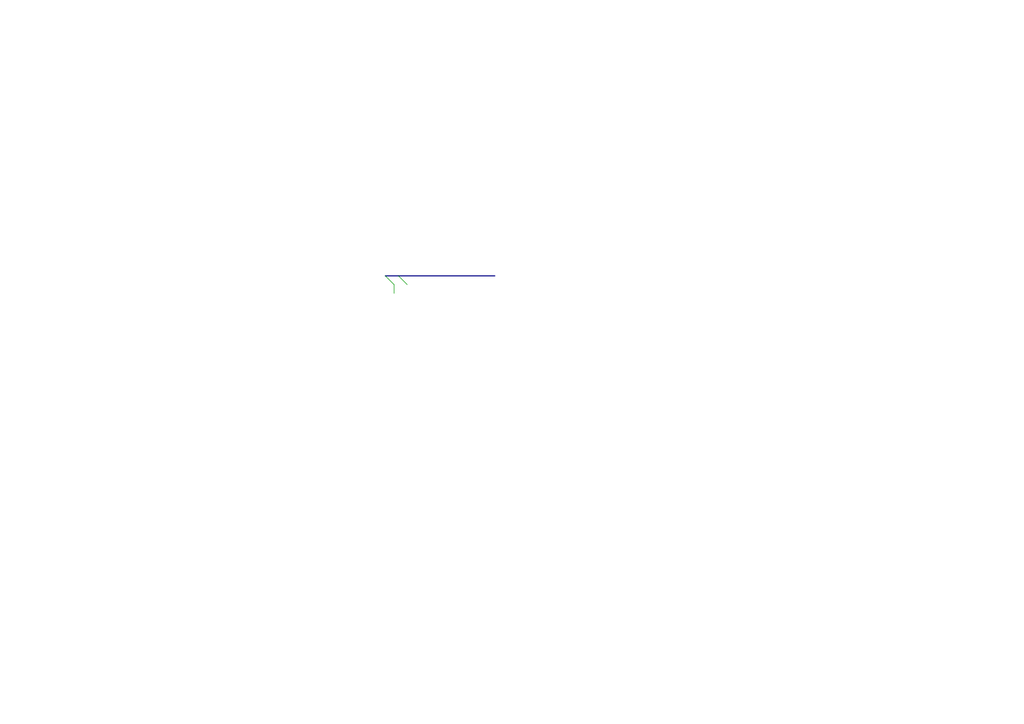
<source format=kicad_sch>
(kicad_sch
	(version 20250114)
	(generator "eeschema")
	(generator_version "9.0")
	(uuid "6067c86f-2389-41f5-a716-5ef7232b566f")
	(paper "A4")
	(lib_symbols)
	(bus_entry
		(at 115.57 80.01)
		(size 2.54 2.54)
		(stroke
			(width 0)
			(type default)
		)
		(uuid "a15226fd-f98e-456c-998f-f22a94316f47")
	)
	(bus_entry
		(at 111.76 80.01)
		(size 2.54 2.54)
		(stroke
			(width 0)
			(type default)
		)
		(uuid "cc1e1e17-e8ae-4d42-aee7-ec95d2a82009")
	)
	(wire
		(pts
			(xy 114.3 82.55) (xy 114.3 85.09)
		)
		(stroke
			(width 0)
			(type default)
		)
		(uuid "694175fc-c32e-42fe-925b-517f09ab06f1")
	)
	(bus
		(pts
			(xy 111.76 80.01) (xy 115.57 80.01)
		)
		(stroke
			(width 0)
			(type default)
		)
		(uuid "8609e139-8121-48e1-a993-d9657b3d9f7a")
	)
	(bus
		(pts
			(xy 115.57 80.01) (xy 143.51 80.01)
		)
		(stroke
			(width 0)
			(type default)
		)
		(uuid "e89662e9-1797-44b6-856f-02d988438e7a")
	)
)

</source>
